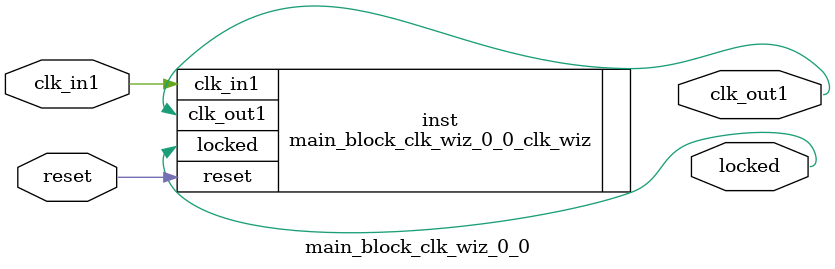
<source format=v>


`timescale 1ps/1ps

(* CORE_GENERATION_INFO = "main_block_clk_wiz_0_0,clk_wiz_v6_0_14_0_0,{component_name=main_block_clk_wiz_0_0,use_phase_alignment=true,use_min_o_jitter=false,use_max_i_jitter=false,use_dyn_phase_shift=false,use_inclk_switchover=false,use_dyn_reconfig=false,enable_axi=0,feedback_source=FDBK_AUTO,PRIMITIVE=MMCM,num_out_clk=1,clkin1_period=10.000,clkin2_period=10.000,use_power_down=false,use_reset=true,use_locked=true,use_inclk_stopped=false,feedback_type=SINGLE,CLOCK_MGR_TYPE=NA,manual_override=false}" *)

module main_block_clk_wiz_0_0 
 (
  // Clock out ports
  output        clk_out1,
  // Status and control signals
  input         reset,
  output        locked,
 // Clock in ports
  input         clk_in1
 );

  main_block_clk_wiz_0_0_clk_wiz inst
  (
  // Clock out ports  
  .clk_out1(clk_out1),
  // Status and control signals               
  .reset(reset), 
  .locked(locked),
 // Clock in ports
  .clk_in1(clk_in1)
  );

endmodule

</source>
